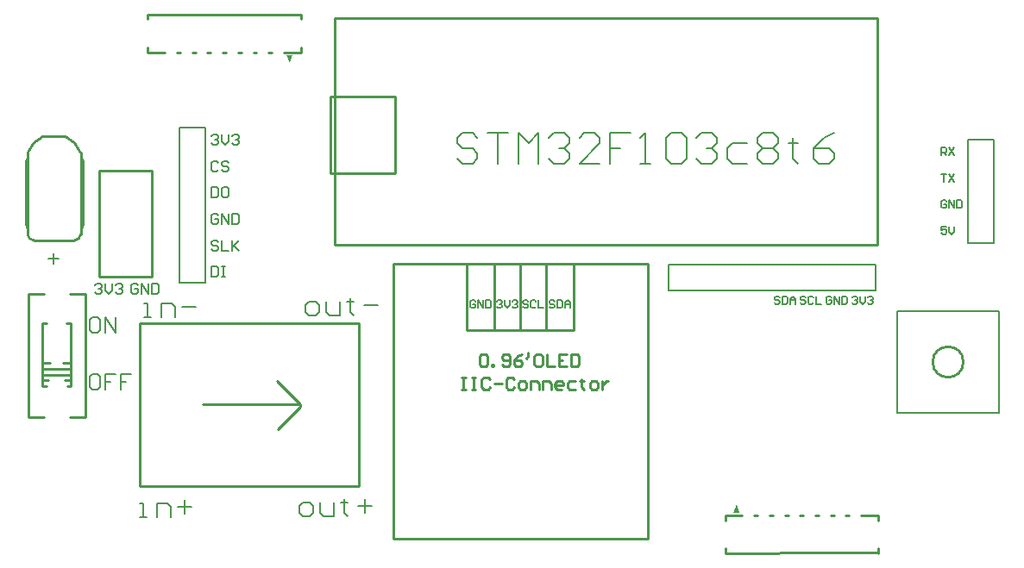
<source format=gto>
G04*
G04 #@! TF.GenerationSoftware,Altium Limited,Altium Designer,20.0.13 (296)*
G04*
G04 Layer_Color=65535*
%FSLAX25Y25*%
%MOIN*%
G70*
G01*
G75*
%ADD10C,0.01000*%
%ADD11C,0.00800*%
%ADD12C,0.00799*%
%ADD13C,0.00984*%
G36*
X281954Y20051D02*
X284316D01*
X283135Y23201D01*
X281954Y20051D01*
D02*
G37*
G36*
X111617Y197075D02*
X109255D01*
X110436Y193925D01*
X111617Y197075D01*
D02*
G37*
D10*
X370764Y78358D02*
G03*
X370764Y78358I-5906J0D01*
G01*
X27374Y125421D02*
G03*
X29736Y127783I0J2362D01*
G01*
X9264D02*
G03*
X11626Y125421I2362J0D01*
G01*
X15169Y165579D02*
G03*
X9264Y159183I4331J-9923D01*
G01*
X29736D02*
G03*
X23831Y165579I-10236J-3527D01*
G01*
X36767Y111504D02*
X57239D01*
Y152449D01*
X36767D02*
X57239D01*
X36767Y111504D02*
Y152449D01*
X126370Y151500D02*
X151173D01*
Y181028D01*
X126370D02*
X151173D01*
X126370Y151500D02*
Y181028D01*
X127945Y123799D02*
X337394D01*
Y211201D01*
X127945D02*
X337394D01*
X127945Y123799D02*
Y211201D01*
X15000Y73445D02*
X26000D01*
X23691Y71446D02*
X26000D01*
X15000D02*
X17309D01*
X15000Y75660D02*
X26000D01*
X23022Y78017D02*
X26000D01*
X15000D02*
X17978D01*
X15000Y69000D02*
X16595D01*
X24349Y93500D02*
X26000D01*
Y69000D02*
Y93500D01*
X24405Y69000D02*
X26000D01*
X15000D02*
Y93500D01*
X16651D01*
X31524Y57181D02*
Y104819D01*
X9476Y104819D02*
X15394D01*
X25606Y104819D02*
X31524D01*
X25606Y57181D02*
X31524D01*
X9476Y57181D02*
X15394D01*
X9476D02*
Y104819D01*
X150575Y9994D02*
Y116293D01*
X249001D01*
Y9994D02*
Y116293D01*
X150575Y9994D02*
X249001D01*
X189491Y90999D02*
Y115999D01*
X199491Y90999D02*
Y116404D01*
X209491Y90999D02*
Y115999D01*
X220160Y90999D02*
Y116409D01*
X178822Y90814D02*
X211711Y90809D01*
X220160Y90814D01*
X178822Y90999D02*
Y116404D01*
X220155D01*
X73513Y212584D02*
X114682Y212668D01*
X108197Y197946D02*
X114767D01*
X102291D02*
X103621D01*
X96386D02*
X97715D01*
X90481D02*
X91810D01*
X84575D02*
X85905D01*
X78669D02*
X79999D01*
X114767D02*
Y200062D01*
Y210938D02*
Y212709D01*
X55713Y197946D02*
X62283D01*
X55713D02*
Y200062D01*
Y210938D02*
Y212709D01*
X72765Y197946D02*
X74094D01*
X66859D02*
X68189D01*
X60953D02*
X62283D01*
X55713Y212584D02*
X73513D01*
X278889Y4458D02*
X320059Y4542D01*
X278805Y19181D02*
X285374D01*
X289950D02*
X291280D01*
X295856D02*
X297185D01*
X301762D02*
X303091D01*
X307666D02*
X308996D01*
X313572D02*
X314902D01*
X278805Y17064D02*
Y19181D01*
Y4417D02*
Y6188D01*
X331288Y19181D02*
X337859D01*
Y17064D02*
Y19181D01*
Y4417D02*
Y6189D01*
X319478Y19181D02*
X320807D01*
X325382D02*
X326712D01*
X331288D02*
X332618D01*
X320059Y4542D02*
X337859D01*
X52588Y30500D02*
Y93492D01*
Y30500D02*
X137234D01*
Y93492D01*
X52588D02*
X137234D01*
X105911Y52496D02*
X114411Y60996D01*
Y61996D01*
X105411Y70996D02*
X114411Y61996D01*
X105411Y70996D02*
X114411Y61996D01*
X76911D02*
X114411D01*
X11626Y125421D02*
X27374D01*
X15169Y165579D02*
X23831D01*
X29736Y127783D02*
Y159183D01*
X9264Y127783D02*
Y159183D01*
X29736Y130146D02*
X30524Y131720D01*
X29736Y157508D02*
X30524Y155933D01*
Y131720D02*
Y155933D01*
X8476Y131720D02*
X9264Y130146D01*
X8476Y155933D02*
X9264Y157508D01*
X8476Y131720D02*
Y155933D01*
D11*
X329500Y106000D02*
X337000D01*
Y116000D01*
X257000D02*
X337000D01*
X257000Y106000D02*
Y116000D01*
X68000Y109000D02*
Y116500D01*
Y109000D02*
X78000D01*
Y169000D01*
X68000D02*
X78000D01*
X372500Y164500D02*
X382500D01*
Y124500D02*
Y164500D01*
X372500Y124500D02*
X382500D01*
X372500D02*
Y132000D01*
X345173Y98043D02*
X384543D01*
X345173Y58673D02*
X384543D01*
X345173D02*
Y98043D01*
X384543D01*
Y58673D02*
Y98043D01*
X362300Y158300D02*
Y161299D01*
X363800D01*
X364299Y160799D01*
Y159800D01*
X363800Y159300D01*
X362300D01*
X363300D02*
X364299Y158300D01*
X365299Y161299D02*
X367298Y158300D01*
Y161299D02*
X365299Y158300D01*
X362300Y151132D02*
X364299D01*
X363300D01*
Y148133D01*
X365299Y151132D02*
X367298Y148133D01*
Y151132D02*
X365299Y148133D01*
X364299Y140466D02*
X363800Y140966D01*
X362800D01*
X362300Y140466D01*
Y138467D01*
X362800Y137967D01*
X363800D01*
X364299Y138467D01*
Y139466D01*
X363300D01*
X365299Y137967D02*
Y140966D01*
X367298Y137967D01*
Y140966D01*
X368298D02*
Y137967D01*
X369798D01*
X370297Y138467D01*
Y140466D01*
X369798Y140966D01*
X368298D01*
X364299Y130799D02*
X362300D01*
Y129299D01*
X363300Y129799D01*
X363800D01*
X364299Y129299D01*
Y128300D01*
X363800Y127800D01*
X362800D01*
X362300Y128300D01*
X365299Y130799D02*
Y128800D01*
X366299Y127800D01*
X367298Y128800D01*
Y130799D01*
X299799Y103299D02*
X299300Y103799D01*
X298300D01*
X297800Y103299D01*
Y102799D01*
X298300Y102299D01*
X299300D01*
X299799Y101800D01*
Y101300D01*
X299300Y100800D01*
X298300D01*
X297800Y101300D01*
X300799Y103799D02*
Y100800D01*
X302298D01*
X302798Y101300D01*
Y103299D01*
X302298Y103799D01*
X300799D01*
X303798Y100800D02*
Y102799D01*
X304798Y103799D01*
X305797Y102799D01*
Y100800D01*
Y102299D01*
X303798D01*
X309799Y103299D02*
X309299Y103799D01*
X308300D01*
X307800Y103299D01*
Y102799D01*
X308300Y102299D01*
X309299D01*
X309799Y101800D01*
Y101300D01*
X309299Y100800D01*
X308300D01*
X307800Y101300D01*
X312798Y103299D02*
X312298Y103799D01*
X311299D01*
X310799Y103299D01*
Y101300D01*
X311299Y100800D01*
X312298D01*
X312798Y101300D01*
X313798Y103799D02*
Y100800D01*
X315797D01*
X319799Y103299D02*
X319300Y103799D01*
X318300D01*
X317800Y103299D01*
Y101300D01*
X318300Y100800D01*
X319300D01*
X319799Y101300D01*
Y102299D01*
X318800D01*
X320799Y100800D02*
Y103799D01*
X322798Y100800D01*
Y103799D01*
X323798D02*
Y100800D01*
X325298D01*
X325797Y101300D01*
Y103299D01*
X325298Y103799D01*
X323798D01*
X327800Y103299D02*
X328300Y103799D01*
X329299D01*
X329799Y103299D01*
Y102799D01*
X329299Y102299D01*
X328800D01*
X329299D01*
X329799Y101800D01*
Y101300D01*
X329299Y100800D01*
X328300D01*
X327800Y101300D01*
X330799Y103799D02*
Y101800D01*
X331799Y100800D01*
X332798Y101800D01*
Y103799D01*
X333798Y103299D02*
X334298Y103799D01*
X335298D01*
X335797Y103299D01*
Y102799D01*
X335298Y102299D01*
X334798D01*
X335298D01*
X335797Y101800D01*
Y101300D01*
X335298Y100800D01*
X334298D01*
X333798Y101300D01*
X212799Y101799D02*
X212299Y102299D01*
X211300D01*
X210800Y101799D01*
Y101299D01*
X211300Y100800D01*
X212299D01*
X212799Y100300D01*
Y99800D01*
X212299Y99300D01*
X211300D01*
X210800Y99800D01*
X213799Y102299D02*
Y99300D01*
X215299D01*
X215798Y99800D01*
Y101799D01*
X215299Y102299D01*
X213799D01*
X216798Y99300D02*
Y101299D01*
X217798Y102299D01*
X218797Y101299D01*
Y99300D01*
Y100800D01*
X216798D01*
X202633Y101799D02*
X202133Y102299D01*
X201133D01*
X200633Y101799D01*
Y101299D01*
X201133Y100800D01*
X202133D01*
X202633Y100300D01*
Y99800D01*
X202133Y99300D01*
X201133D01*
X200633Y99800D01*
X205632Y101799D02*
X205132Y102299D01*
X204132D01*
X203632Y101799D01*
Y99800D01*
X204132Y99300D01*
X205132D01*
X205632Y99800D01*
X206631Y102299D02*
Y99300D01*
X208631D01*
X182299Y101799D02*
X181799Y102299D01*
X180800D01*
X180300Y101799D01*
Y99800D01*
X180800Y99300D01*
X181799D01*
X182299Y99800D01*
Y100800D01*
X181300D01*
X183299Y99300D02*
Y102299D01*
X185298Y99300D01*
Y102299D01*
X186298D02*
Y99300D01*
X187798D01*
X188297Y99800D01*
Y101799D01*
X187798Y102299D01*
X186298D01*
X190467Y101799D02*
X190966Y102299D01*
X191966D01*
X192466Y101799D01*
Y101299D01*
X191966Y100800D01*
X191466D01*
X191966D01*
X192466Y100300D01*
Y99800D01*
X191966Y99300D01*
X190966D01*
X190467Y99800D01*
X193466Y102299D02*
Y100300D01*
X194465Y99300D01*
X195465Y100300D01*
Y102299D01*
X196465Y101799D02*
X196965Y102299D01*
X197964D01*
X198464Y101799D01*
Y101299D01*
X197964Y100800D01*
X197464D01*
X197964D01*
X198464Y100300D01*
Y99800D01*
X197964Y99300D01*
X196965D01*
X196465Y99800D01*
X51966Y108132D02*
X51299Y108799D01*
X49966D01*
X49300Y108132D01*
Y105466D01*
X49966Y104800D01*
X51299D01*
X51966Y105466D01*
Y106799D01*
X50633D01*
X53299Y104800D02*
Y108799D01*
X55964Y104800D01*
Y108799D01*
X57297D02*
Y104800D01*
X59297D01*
X59963Y105466D01*
Y108132D01*
X59297Y108799D01*
X57297D01*
X35300Y108132D02*
X35966Y108799D01*
X37299D01*
X37966Y108132D01*
Y107466D01*
X37299Y106799D01*
X36633D01*
X37299D01*
X37966Y106133D01*
Y105466D01*
X37299Y104800D01*
X35966D01*
X35300Y105466D01*
X39299Y108799D02*
Y106133D01*
X40632Y104800D01*
X41965Y106133D01*
Y108799D01*
X43297Y108132D02*
X43964Y108799D01*
X45297D01*
X45963Y108132D01*
Y107466D01*
X45297Y106799D01*
X44630D01*
X45297D01*
X45963Y106133D01*
Y105466D01*
X45297Y104800D01*
X43964D01*
X43297Y105466D01*
X80300Y115299D02*
Y111300D01*
X82299D01*
X82966Y111967D01*
Y114632D01*
X82299Y115299D01*
X80300D01*
X84299D02*
X85632D01*
X84965D01*
Y111300D01*
X84299D01*
X85632D01*
X82966Y124832D02*
X82299Y125499D01*
X80966D01*
X80300Y124832D01*
Y124166D01*
X80966Y123499D01*
X82299D01*
X82966Y122833D01*
Y122167D01*
X82299Y121500D01*
X80966D01*
X80300Y122167D01*
X84299Y125499D02*
Y121500D01*
X86964D01*
X88297Y125499D02*
Y121500D01*
Y122833D01*
X90963Y125499D01*
X88964Y123499D01*
X90963Y121500D01*
X82966Y135032D02*
X82299Y135699D01*
X80966D01*
X80300Y135032D01*
Y132367D01*
X80966Y131700D01*
X82299D01*
X82966Y132367D01*
Y133699D01*
X81633D01*
X84299Y131700D02*
Y135699D01*
X86964Y131700D01*
Y135699D01*
X88297D02*
Y131700D01*
X90297D01*
X90963Y132367D01*
Y135032D01*
X90297Y135699D01*
X88297D01*
X80300Y145899D02*
Y141900D01*
X82299D01*
X82966Y142567D01*
Y145232D01*
X82299Y145899D01*
X80300D01*
X86298D02*
X84965D01*
X84299Y145232D01*
Y142567D01*
X84965Y141900D01*
X86298D01*
X86964Y142567D01*
Y145232D01*
X86298Y145899D01*
X82966Y155432D02*
X82299Y156099D01*
X80966D01*
X80300Y155432D01*
Y152767D01*
X80966Y152100D01*
X82299D01*
X82966Y152767D01*
X86964Y155432D02*
X86298Y156099D01*
X84965D01*
X84299Y155432D01*
Y154766D01*
X84965Y154099D01*
X86298D01*
X86964Y153433D01*
Y152767D01*
X86298Y152100D01*
X84965D01*
X84299Y152767D01*
X80300Y165632D02*
X80966Y166299D01*
X82299D01*
X82966Y165632D01*
Y164966D01*
X82299Y164299D01*
X81633D01*
X82299D01*
X82966Y163633D01*
Y162967D01*
X82299Y162300D01*
X80966D01*
X80300Y162967D01*
X84299Y166299D02*
Y163633D01*
X85632Y162300D01*
X86964Y163633D01*
Y166299D01*
X88297Y165632D02*
X88964Y166299D01*
X90297D01*
X90963Y165632D01*
Y164966D01*
X90297Y164299D01*
X89630D01*
X90297D01*
X90963Y163633D01*
Y162967D01*
X90297Y162300D01*
X88964D01*
X88297Y162967D01*
X17300Y118299D02*
X21299D01*
X19299Y120299D02*
Y116300D01*
X36299Y73798D02*
X34300D01*
X33300Y72798D01*
Y68800D01*
X34300Y67800D01*
X36299D01*
X37299Y68800D01*
Y72798D01*
X36299Y73798D01*
X43297D02*
X39298D01*
Y70799D01*
X41297D01*
X39298D01*
Y67800D01*
X49295Y73798D02*
X45296D01*
Y70799D01*
X47295D01*
X45296D01*
Y67800D01*
X36299Y95798D02*
X34300D01*
X33300Y94798D01*
Y90800D01*
X34300Y89800D01*
X36299D01*
X37299Y90800D01*
Y94798D01*
X36299Y95798D01*
X39298Y89800D02*
Y95798D01*
X43297Y89800D01*
Y95798D01*
X183041Y164934D02*
X181073Y166902D01*
X177137D01*
X175169Y164934D01*
Y162966D01*
X177137Y160998D01*
X181073D01*
X183041Y159030D01*
Y157062D01*
X181073Y155095D01*
X177137D01*
X175169Y157062D01*
X186977Y166902D02*
X194848D01*
X190912D01*
Y155095D01*
X198784D02*
Y166902D01*
X202719Y162966D01*
X206655Y166902D01*
Y155095D01*
X210591Y164934D02*
X212559Y166902D01*
X216494D01*
X218462Y164934D01*
Y162966D01*
X216494Y160998D01*
X214527D01*
X216494D01*
X218462Y159030D01*
Y157062D01*
X216494Y155095D01*
X212559D01*
X210591Y157062D01*
X230270Y155095D02*
X222398D01*
X230270Y162966D01*
Y164934D01*
X228302Y166902D01*
X224366D01*
X222398Y164934D01*
X242077Y166902D02*
X234205D01*
Y160998D01*
X238141D01*
X234205D01*
Y155095D01*
X246012D02*
X249948D01*
X247980D01*
Y166902D01*
X246012Y164934D01*
X255852D02*
X257820Y166902D01*
X261755D01*
X263723Y164934D01*
Y157062D01*
X261755Y155095D01*
X257820D01*
X255852Y157062D01*
Y164934D01*
X267659D02*
X269627Y166902D01*
X273563D01*
X275530Y164934D01*
Y162966D01*
X273563Y160998D01*
X271595D01*
X273563D01*
X275530Y159030D01*
Y157062D01*
X273563Y155095D01*
X269627D01*
X267659Y157062D01*
X287337Y162966D02*
X281434D01*
X279466Y160998D01*
Y157062D01*
X281434Y155095D01*
X287337D01*
X291273Y164934D02*
X293241Y166902D01*
X297177D01*
X299145Y164934D01*
Y162966D01*
X297177Y160998D01*
X299145Y159030D01*
Y157062D01*
X297177Y155095D01*
X293241D01*
X291273Y157062D01*
Y159030D01*
X293241Y160998D01*
X291273Y162966D01*
Y164934D01*
X293241Y160998D02*
X297177D01*
X305048Y164934D02*
Y162966D01*
X303080D01*
X307016D01*
X305048D01*
Y157062D01*
X307016Y155095D01*
X320791Y166902D02*
X316856Y164934D01*
X312920Y160998D01*
Y157062D01*
X314888Y155095D01*
X318823D01*
X320791Y157062D01*
Y159030D01*
X318823Y160998D01*
X312920D01*
X54211Y95796D02*
X56877D01*
X55544D01*
Y101128D01*
X54211D01*
X60875Y95796D02*
Y101128D01*
X64874D01*
X66207Y99795D01*
Y95796D01*
X68873Y99795D02*
X74204D01*
X52711Y18296D02*
X55377D01*
X54044D01*
Y23628D01*
X52711D01*
X59376Y18296D02*
Y23628D01*
X63374D01*
X64707Y22295D01*
Y18296D01*
X67373Y22295D02*
X72704D01*
X70039Y24961D02*
Y19629D01*
X115484Y18543D02*
X118149D01*
X119482Y19876D01*
Y22542D01*
X118149Y23875D01*
X115484D01*
X114151Y22542D01*
Y19876D01*
X115484Y18543D01*
X122148Y23875D02*
Y19876D01*
X123481Y18543D01*
X127480D01*
Y23875D01*
X131478Y25208D02*
Y23875D01*
X130146D01*
X132811D01*
X131478D01*
Y19876D01*
X132811Y18543D01*
X136810Y22542D02*
X142142D01*
X139476Y25208D02*
Y19876D01*
X118044Y96296D02*
X120710D01*
X122043Y97629D01*
Y100295D01*
X120710Y101628D01*
X118044D01*
X116711Y100295D01*
Y97629D01*
X118044Y96296D01*
X124708Y101628D02*
Y97629D01*
X126041Y96296D01*
X130040D01*
Y101628D01*
X134039Y102961D02*
Y101628D01*
X132706D01*
X135372D01*
X134039D01*
Y97629D01*
X135372Y96296D01*
X139370Y100295D02*
X144702D01*
D12*
X257000Y106000D02*
X329500D01*
X68000Y116500D02*
Y169000D01*
X372500Y132000D02*
Y164500D01*
D13*
X176841Y72510D02*
X178415D01*
X177628D01*
Y67788D01*
X176841D01*
X178415D01*
X180776Y72510D02*
X182350D01*
X181563D01*
Y67788D01*
X180776D01*
X182350D01*
X187860Y71723D02*
X187073Y72510D01*
X185498D01*
X184711Y71723D01*
Y68575D01*
X185498Y67788D01*
X187073D01*
X187860Y68575D01*
X189434Y70149D02*
X192582D01*
X197305Y71723D02*
X196518Y72510D01*
X194943D01*
X194156Y71723D01*
Y68575D01*
X194943Y67788D01*
X196518D01*
X197305Y68575D01*
X199666Y67788D02*
X201240D01*
X202027Y68575D01*
Y70149D01*
X201240Y70936D01*
X199666D01*
X198879Y70149D01*
Y68575D01*
X199666Y67788D01*
X203601D02*
Y70936D01*
X205962D01*
X206750Y70149D01*
Y67788D01*
X208324D02*
Y70936D01*
X210685D01*
X211472Y70149D01*
Y67788D01*
X215407D02*
X213833D01*
X213046Y68575D01*
Y70149D01*
X213833Y70936D01*
X215407D01*
X216195Y70149D01*
Y69362D01*
X213046D01*
X220917Y70936D02*
X218556D01*
X217769Y70149D01*
Y68575D01*
X218556Y67788D01*
X220917D01*
X223278Y71723D02*
Y70936D01*
X222491D01*
X224065D01*
X223278D01*
Y68575D01*
X224065Y67788D01*
X227214D02*
X228788D01*
X229575Y68575D01*
Y70149D01*
X228788Y70936D01*
X227214D01*
X226427Y70149D01*
Y68575D01*
X227214Y67788D01*
X231149Y70936D02*
Y67788D01*
Y69362D01*
X231936Y70149D01*
X232723Y70936D01*
X233510D01*
X183761Y80572D02*
X184548Y81359D01*
X186122D01*
X186909Y80572D01*
Y77424D01*
X186122Y76637D01*
X184548D01*
X183761Y77424D01*
Y80572D01*
X188483Y76637D02*
Y77424D01*
X189270D01*
Y76637D01*
X188483D01*
X192419Y77424D02*
X193205Y76637D01*
X194780D01*
X195567Y77424D01*
Y80572D01*
X194780Y81359D01*
X193205D01*
X192419Y80572D01*
Y79785D01*
X193205Y78998D01*
X195567D01*
X200289Y81359D02*
X198715Y80572D01*
X197141Y78998D01*
Y77424D01*
X197928Y76637D01*
X199502D01*
X200289Y77424D01*
Y78211D01*
X199502Y78998D01*
X197141D01*
X202650Y82146D02*
Y80572D01*
X201863Y79785D01*
X207373Y81359D02*
X205799D01*
X205012Y80572D01*
Y77424D01*
X205799Y76637D01*
X207373D01*
X208160Y77424D01*
Y80572D01*
X207373Y81359D01*
X209734D02*
Y76637D01*
X212882D01*
X217605Y81359D02*
X214457D01*
Y76637D01*
X217605D01*
X214457Y78998D02*
X216031D01*
X219179Y81359D02*
Y76637D01*
X221540D01*
X222327Y77424D01*
Y80572D01*
X221540Y81359D01*
X219179D01*
M02*

</source>
